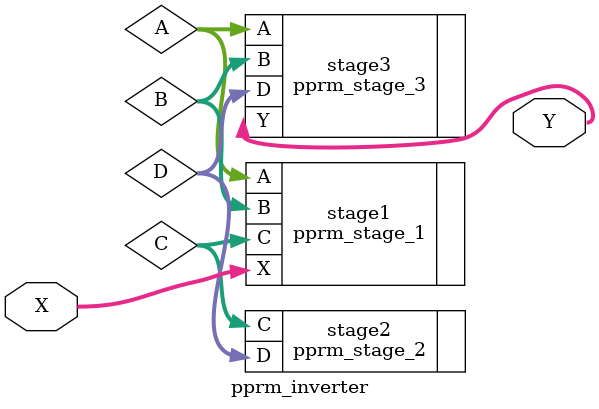
<source format=v>
`timescale 1 ns / 1 ns  // time-unit = 1 ns, precision = 1 ns

`default_nettype none

module pprm_inverter(
        input   wire    [7:0]   X,
        output  wire    [7:0]   Y
    );
    
    //----------------------------------------------------------------
    // Wires/Regs
    //----------------------------------------------------------------
    wire [3:0] A,B,C,D;

    //----------------------------------------------------------------
    // Module instantiations
    //----------------------------------------------------------------
    // PPRM Inverter Stage 1
    pprm_stage_1 stage1(
        .X(X),
        .A(A),
        .B(B),
        .C(C)
    );

    // PPRM Inverter Stage 2
    pprm_stage_2 stage2(
        .C(C),
        .D(D)
    );

    // PPRM Inverter Stage 3
    pprm_stage_3 stage3(
       .A(A),
       .B(B),
       .D(D),
       .Y(Y)
    );
    
endmodule // pprm_inverter
</source>
